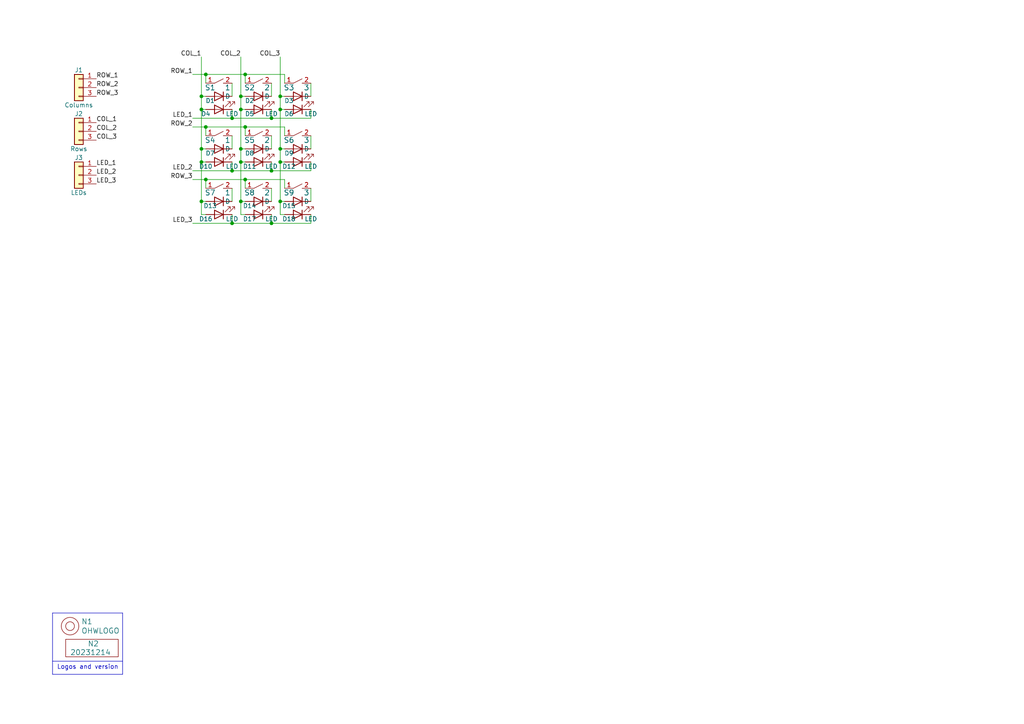
<source format=kicad_sch>
(kicad_sch (version 20230121) (generator eeschema)
  (paper "A4")
  (lib_symbols
    (symbol "Connector_Generic:Conn_01x03" (pin_names (offset 1.016) hide)
      (property "Reference" "J" (at 0 5.08 0))
      (property "Value" "Conn_01x03" (at 0 -5.08 0))
      (symbol "Conn_01x03_1_1"
        (rectangle (start -1.27 -2.413) (end 0 -2.667) (stroke (width 0.1524)))
        (rectangle (start -1.27 0.127) (end 0 -0.127) (stroke (width 0.1524)))
        (rectangle (start -1.27 2.667) (end 0 2.413) (stroke (width 0.1524)))
        (rectangle (start -1.27 3.81) (end 1.27 -3.81) (stroke (width 0.254)) (fill (type background)))
        (pin passive line (at -5.08 2.54 0) (length 3.81) (name "Pin_1") (number "1"))
        (pin passive line (at -5.08 0 0) (length 3.81) (name "Pin_2") (number "2"))
        (pin passive line (at -5.08 -2.54 0) (length 3.81) (name "Pin_3") (number "3"))
      )
    )
    (symbol "Device:D" (pin_numbers hide) (pin_names (offset 1.016) hide)
      (property "Reference" "D" (at 0 2.54 0))
      (property "Value" "D" (at 0 -2.54 0))
      (symbol "D_0_1"
        (polyline (pts (xy -1.27 1.27) (xy -1.27 -1.27)) (stroke (width 0.254)))
        (polyline (pts (xy 1.27 0) (xy -1.27 0)))
        (polyline (pts (xy 1.27 1.27) (xy 1.27 -1.27) (xy -1.27 0) (xy 1.27 1.27)) (stroke (width 0.254)))
      )
      (symbol "D_1_1"
        (pin passive line (at -3.81 0 0) (length 2.54) (name "K") (number "1"))
        (pin passive line (at 3.81 0 180) (length 2.54) (name "A") (number "2"))
      )
    )
    (symbol "Device:LED" (pin_numbers hide) (pin_names (offset 1.016) hide)
      (property "Reference" "D" (at 0 2.54 0))
      (property "Value" "LED" (at 0 -2.54 0))
      (symbol "LED_0_1"
        (polyline (pts (xy -1.27 -1.27) (xy -1.27 1.27)) (stroke (width 0.254)))
        (polyline (pts (xy -1.27 0) (xy 1.27 0)))
        (polyline (pts (xy 1.27 -1.27) (xy 1.27 1.27) (xy -1.27 0) (xy 1.27 -1.27)) (stroke (width 0.254)))
        (polyline (pts (xy -3.048 -0.762) (xy -4.572 -2.286) (xy -3.81 -2.286) (xy -4.572 -2.286) (xy -4.572 -1.524)))
        (polyline (pts (xy -1.778 -0.762) (xy -3.302 -2.286) (xy -2.54 -2.286) (xy -3.302 -2.286) (xy -3.302 -1.524)))
      )
      (symbol "LED_1_1"
        (pin passive line (at -3.81 0 0) (length 2.54) (name "K") (number "1"))
        (pin passive line (at 3.81 0 180) (length 2.54) (name "A") (number "2"))
      )
    )
    (symbol "SquantorLabels:OHWLOGO" (pin_names (offset 1.016))
      (property "Reference" "N" (at 0 3.81 0))
      (property "Value" "OHWLOGO" (at 0 -3.81 0))
      (symbol "OHWLOGO_0_1"
        (circle (center 0 0) (radius 1.27))
        (circle (center 0 0) (radius 2.54))
      )
    )
    (symbol "SquantorLabels:VYYYYMMDD" (pin_names (offset 1.016))
      (property "Reference" "N" (at 0 2.54 0))
      (property "Value" "VYYYYMMDD" (at 0 0 0))
      (symbol "VYYYYMMDD_0_1"
        (rectangle (start 7.62 -1.27) (end -7.62 3.81))
      )
    )
    (symbol "SquantorSwitches:2pin_tact_switch" (pin_names (offset 1.016))
      (property "Reference" "S" (at 0 2.54 0))
      (property "Value" "2pin_tact_switch" (at 0 -2.54 0))
      (symbol "2pin_tact_switch_0_1"
        (polyline (pts (xy 1.27 1.27) (xy -1.27 0)))
      )
      (symbol "2pin_tact_switch_1_1"
        (pin passive line (at -3.81 0 0) (length 2.54) (name "~") (number "1"))
        (pin passive line (at 3.81 0 180) (length 2.54) (name "~") (number "2"))
      )
    )
  )
  (junction (at 81.28 27.94))
  (junction (at 81.28 31.75))
  (junction (at 69.85 58.42))
  (junction (at 71.12 36.83))
  (junction (at 58.42 46.99))
  (junction (at 81.28 46.99))
  (junction (at 71.12 52.07))
  (junction (at 78.74 64.77))
  (junction (at 69.85 31.75))
  (junction (at 59.69 21.59))
  (junction (at 58.42 31.75))
  (junction (at 81.28 43.18))
  (junction (at 58.42 58.42))
  (junction (at 58.42 27.94))
  (junction (at 67.31 64.77))
  (junction (at 71.12 21.59))
  (junction (at 81.28 58.42))
  (junction (at 78.74 49.53))
  (junction (at 69.85 43.18))
  (junction (at 58.42 43.18))
  (junction (at 67.31 49.53))
  (junction (at 69.85 46.99))
  (junction (at 67.31 34.29))
  (junction (at 59.69 52.07))
  (junction (at 59.69 36.83))
  (junction (at 69.85 27.94))
  (junction (at 78.74 34.29))
  (wire (pts (xy 59.69 21.59) (xy 59.69 24.13)))
  (wire (pts (xy 59.69 36.83) (xy 71.12 36.83)))
  (wire (pts (xy 58.42 31.75) (xy 58.42 43.18)))
  (wire (pts (xy 67.31 49.53) (xy 67.31 46.99)))
  (wire (pts (xy 55.88 52.07) (xy 59.69 52.07)))
  (wire (pts (xy 58.42 58.42) (xy 58.42 62.23)))
  (wire (pts (xy 90.17 64.77) (xy 90.17 62.23)))
  (wire (pts (xy 69.85 27.94) (xy 71.12 27.94)))
  (polyline (pts (xy 15.24 177.8) (xy 15.24 195.58)))
  (polyline (pts (xy 35.56 177.8) (xy 15.24 177.8)))
  (wire (pts (xy 58.42 46.99) (xy 59.69 46.99)))
  (wire (pts (xy 78.74 49.53) (xy 78.74 46.99)))
  (wire (pts (xy 69.85 46.99) (xy 69.85 58.42)))
  (wire (pts (xy 78.74 64.77) (xy 78.74 62.23)))
  (wire (pts (xy 58.42 46.99) (xy 58.42 58.42)))
  (wire (pts (xy 59.69 36.83) (xy 59.69 39.37)))
  (wire (pts (xy 71.12 21.59) (xy 71.12 24.13)))
  (wire (pts (xy 71.12 36.83) (xy 71.12 39.37)))
  (wire (pts (xy 78.74 34.29) (xy 78.74 31.75)))
  (wire (pts (xy 78.74 34.29) (xy 90.17 34.29)))
  (wire (pts (xy 59.69 21.59) (xy 71.12 21.59)))
  (wire (pts (xy 67.31 34.29) (xy 67.31 31.75)))
  (wire (pts (xy 82.55 52.07) (xy 82.55 54.61)))
  (wire (pts (xy 81.28 58.42) (xy 82.55 58.42)))
  (wire (pts (xy 67.31 64.77) (xy 78.74 64.77)))
  (wire (pts (xy 71.12 52.07) (xy 82.55 52.07)))
  (wire (pts (xy 90.17 34.29) (xy 90.17 31.75)))
  (wire (pts (xy 69.85 31.75) (xy 69.85 43.18)))
  (wire (pts (xy 58.42 27.94) (xy 58.42 31.75)))
  (wire (pts (xy 90.17 39.37) (xy 90.17 43.18)))
  (wire (pts (xy 55.88 36.83) (xy 59.69 36.83)))
  (wire (pts (xy 81.28 62.23) (xy 82.55 62.23)))
  (wire (pts (xy 69.85 16.51) (xy 69.85 27.94)))
  (wire (pts (xy 58.42 27.94) (xy 59.69 27.94)))
  (wire (pts (xy 81.28 16.51) (xy 81.28 27.94)))
  (wire (pts (xy 90.17 24.13) (xy 90.17 27.94)))
  (wire (pts (xy 67.31 54.61) (xy 67.31 58.42)))
  (wire (pts (xy 78.74 39.37) (xy 78.74 43.18)))
  (wire (pts (xy 67.31 24.13) (xy 67.31 27.94)))
  (wire (pts (xy 69.85 27.94) (xy 69.85 31.75)))
  (wire (pts (xy 58.42 43.18) (xy 58.42 46.99)))
  (wire (pts (xy 81.28 46.99) (xy 81.28 58.42)))
  (wire (pts (xy 81.28 31.75) (xy 82.55 31.75)))
  (wire (pts (xy 59.69 52.07) (xy 71.12 52.07)))
  (wire (pts (xy 67.31 39.37) (xy 67.31 43.18)))
  (wire (pts (xy 58.42 62.23) (xy 59.69 62.23)))
  (wire (pts (xy 69.85 62.23) (xy 71.12 62.23)))
  (wire (pts (xy 82.55 21.59) (xy 82.55 24.13)))
  (wire (pts (xy 90.17 49.53) (xy 90.17 46.99)))
  (wire (pts (xy 69.85 46.99) (xy 71.12 46.99)))
  (wire (pts (xy 71.12 21.59) (xy 82.55 21.59)))
  (wire (pts (xy 81.28 46.99) (xy 82.55 46.99)))
  (wire (pts (xy 69.85 58.42) (xy 71.12 58.42)))
  (wire (pts (xy 67.31 64.77) (xy 67.31 62.23)))
  (wire (pts (xy 69.85 31.75) (xy 71.12 31.75)))
  (wire (pts (xy 71.12 52.07) (xy 71.12 54.61)))
  (wire (pts (xy 78.74 54.61) (xy 78.74 58.42)))
  (polyline (pts (xy 35.56 195.58) (xy 35.56 177.8)))
  (wire (pts (xy 55.88 21.59) (xy 59.69 21.59)))
  (wire (pts (xy 58.42 58.42) (xy 59.69 58.42)))
  (polyline (pts (xy 15.24 195.58) (xy 35.56 195.58)))
  (wire (pts (xy 67.31 49.53) (xy 78.74 49.53)))
  (wire (pts (xy 90.17 54.61) (xy 90.17 58.42)))
  (wire (pts (xy 81.28 43.18) (xy 81.28 46.99)))
  (wire (pts (xy 81.28 31.75) (xy 81.28 43.18)))
  (wire (pts (xy 58.42 16.51) (xy 58.42 27.94)))
  (wire (pts (xy 71.12 36.83) (xy 82.55 36.83)))
  (wire (pts (xy 55.88 34.29) (xy 67.31 34.29)))
  (wire (pts (xy 55.88 49.53) (xy 67.31 49.53)))
  (wire (pts (xy 81.28 43.18) (xy 82.55 43.18)))
  (wire (pts (xy 78.74 49.53) (xy 90.17 49.53)))
  (wire (pts (xy 82.55 36.83) (xy 82.55 39.37)))
  (wire (pts (xy 67.31 34.29) (xy 78.74 34.29)))
  (wire (pts (xy 69.85 58.42) (xy 69.85 62.23)))
  (wire (pts (xy 78.74 24.13) (xy 78.74 27.94)))
  (wire (pts (xy 69.85 43.18) (xy 69.85 46.99)))
  (wire (pts (xy 81.28 27.94) (xy 82.55 27.94)))
  (wire (pts (xy 78.74 64.77) (xy 90.17 64.77)))
  (wire (pts (xy 81.28 58.42) (xy 81.28 62.23)))
  (wire (pts (xy 59.69 52.07) (xy 59.69 54.61)))
  (wire (pts (xy 58.42 31.75) (xy 59.69 31.75)))
  (polyline (pts (xy 15.24 191.77) (xy 35.56 191.77)))
  (wire (pts (xy 81.28 27.94) (xy 81.28 31.75)))
  (wire (pts (xy 58.42 43.18) (xy 59.69 43.18)))
  (wire (pts (xy 69.85 43.18) (xy 71.12 43.18)))
  (wire (pts (xy 55.88 64.77) (xy 67.31 64.77)))
  (text "Logos and version" (at 16.51 194.31 0) (effects (font (size 1.27 1.27)) (justify left bottom)))
  (label "ROW_2" (at 27.94 25.4 0))
  (label "COL_2" (at 69.85 16.51 180))
  (label "COL_3" (at 27.94 40.64 0))
  (label "ROW_2" (at 55.88 36.83 180))
  (label "ROW_1" (at 55.88 21.59 180))
  (label "LED_1" (at 27.94 48.26 0))
  (label "LED_1" (at 55.88 34.29 180))
  (label "LED_3" (at 27.94 53.34 0))
  (label "COL_1" (at 58.42 16.51 180))
  (label "LED_2" (at 55.88 49.53 180))
  (label "COL_3" (at 81.28 16.51 180))
  (label "COL_2" (at 27.94 38.1 0))
  (label "ROW_3" (at 27.94 27.94 0))
  (label "ROW_3" (at 55.88 52.07 180))
  (label "COL_1" (at 27.94 35.56 0))
  (label "LED_3" (at 55.88 64.77 180))
  (label "ROW_1" (at 27.94 22.86 0))
  (label "LED_2" (at 27.94 50.8 0))
  (symbol (lib_id "SquantorLabels:VYYYYMMDD") (at 26.67 189.23 0) (unit 1)
    (property "Reference" "N2" (at 25.4 186.69 0) (effects (font (size 1.524 1.524)) (justify left)))
    (property "Value" "20231214" (at 20.32 189.23 0) (effects (font (size 1.524 1.524)) (justify left)))
    (property "Footprint" "SquantorLabels:Label_Generic" (effects hide))
  )
  (symbol (lib_id "SquantorLabels:OHWLOGO") (at 20.32 181.61 0) (unit 1)
    (property "Reference" "N1" (at 23.5712 180.2638 0) (effects (font (size 1.524 1.524)) (justify left)))
    (property "Value" "OHWLOGO" (at 23.5712 182.9562 0) (effects (font (size 1.524 1.524)) (justify left)))
    (property "Footprint" "Symbol:OSHW-Symbol_6.7x6mm_SilkScreen" (effects hide))
  )
  (symbol (lib_id "SquantorSwitches:2pin_tact_switch") (at 74.93 39.37 0) (unit 1)
    (property "Reference" "S5" (at 72.39 40.64 0) (effects (font (size 1.524 1.524))))
    (property "Value" "2" (at 77.47 40.64 0) (effects (font (size 1.524 1.524))))
    (property "Footprint" "SquantorKailh:SW_Hotswap_Kailh_Choc_V1_1.00u" (effects hide))
  )
  (symbol (lib_id "Device:D") (at 86.36 27.94 180) (unit 1)
    (property "Reference" "D3" (at 83.82 29.21 0))
    (property "Value" "D" (at 88.9 27.94 0))
    (property "Footprint" "SquantorDiodes:SOD-123-hand" (effects hide))
    (property "Sim.Device" "D" (effects hide))
    (property "Sim.Pins" "1=K 2=A" (effects hide))
  )
  (symbol (lib_id "Device:D") (at 63.5 27.94 180) (unit 1)
    (property "Reference" "D1" (at 60.96 29.21 0))
    (property "Value" "D" (at 66.04 27.94 0))
    (property "Footprint" "SquantorDiodes:SOD-123-hand" (effects hide))
    (property "Sim.Device" "D" (effects hide))
    (property "Sim.Pins" "1=K 2=A" (effects hide))
  )
  (symbol (lib_id "Device:LED") (at 74.93 46.99 180) (unit 1)
    (property "Reference" "D11" (at 72.39 48.26 0))
    (property "Value" "LED" (at 78.74 48.26 0))
    (property "Footprint" "SquantorDiodes:LED_1208_0603" (effects hide))
  )
  (symbol (lib_id "Device:D") (at 86.36 58.42 180) (unit 1)
    (property "Reference" "D15" (at 83.82 59.69 0))
    (property "Value" "D" (at 88.9 58.42 0))
    (property "Footprint" "SquantorDiodes:SOD-123-hand" (effects hide))
    (property "Sim.Device" "D" (effects hide))
    (property "Sim.Pins" "1=K 2=A" (effects hide))
  )
  (symbol (lib_id "Device:LED") (at 86.36 46.99 180) (unit 1)
    (property "Reference" "D12" (at 83.82 48.26 0))
    (property "Value" "LED" (at 90.17 48.26 0))
    (property "Footprint" "SquantorDiodes:LED_1208_0603" (effects hide))
  )
  (symbol (lib_id "Connector_Generic:Conn_01x03") (at 22.86 25.4 0) (mirror y) (unit 1)
    (property "Reference" "J1" (at 22.86 20.32 0))
    (property "Value" "Columns" (at 22.86 30.48 0))
    (property "Footprint" "Connector_JST:JST_PH_S3B-PH-K_1x03_P2.00mm_Horizontal" (effects hide))
  )
  (symbol (lib_id "Device:LED") (at 74.93 62.23 180) (unit 1)
    (property "Reference" "D17" (at 72.39 63.5 0))
    (property "Value" "LED" (at 78.74 63.5 0))
    (property "Footprint" "SquantorDiodes:LED_1208_0603" (effects hide))
  )
  (symbol (lib_id "SquantorSwitches:2pin_tact_switch") (at 63.5 39.37 0) (unit 1)
    (property "Reference" "S4" (at 60.96 40.64 0) (effects (font (size 1.524 1.524))))
    (property "Value" "1" (at 66.04 40.64 0) (effects (font (size 1.524 1.524))))
    (property "Footprint" "SquantorKailh:SW_Hotswap_Kailh_Choc_V1_1.00u" (effects hide))
  )
  (symbol (lib_id "Device:D") (at 86.36 43.18 180) (unit 1)
    (property "Reference" "D9" (at 83.82 44.45 0))
    (property "Value" "D" (at 88.9 43.18 0))
    (property "Footprint" "SquantorDiodes:SOD-123-hand" (effects hide))
    (property "Sim.Device" "D" (effects hide))
    (property "Sim.Pins" "1=K 2=A" (effects hide))
  )
  (symbol (lib_id "Device:D") (at 74.93 43.18 180) (unit 1)
    (property "Reference" "D8" (at 72.39 44.45 0))
    (property "Value" "D" (at 77.47 43.18 0))
    (property "Footprint" "SquantorDiodes:SOD-123-hand" (effects hide))
    (property "Sim.Device" "D" (effects hide))
    (property "Sim.Pins" "1=K 2=A" (effects hide))
  )
  (symbol (lib_id "SquantorSwitches:2pin_tact_switch") (at 86.36 24.13 0) (unit 1)
    (property "Reference" "S3" (at 83.82 25.4 0) (effects (font (size 1.524 1.524))))
    (property "Value" "3" (at 88.9 25.4 0) (effects (font (size 1.524 1.524))))
    (property "Footprint" "SquantorKailh:SW_Hotswap_Kailh_Choc_V1_1.00u" (effects hide))
  )
  (symbol (lib_id "Device:D") (at 74.93 27.94 180) (unit 1)
    (property "Reference" "D2" (at 72.39 29.21 0))
    (property "Value" "D" (at 77.47 27.94 0))
    (property "Footprint" "SquantorDiodes:SOD-123-hand" (effects hide))
    (property "Sim.Device" "D" (effects hide))
    (property "Sim.Pins" "1=K 2=A" (effects hide))
  )
  (symbol (lib_id "Device:D") (at 63.5 58.42 180) (unit 1)
    (property "Reference" "D13" (at 60.96 59.69 0))
    (property "Value" "D" (at 66.04 58.42 0))
    (property "Footprint" "SquantorDiodes:SOD-123-hand" (effects hide))
    (property "Sim.Device" "D" (effects hide))
    (property "Sim.Pins" "1=K 2=A" (effects hide))
  )
  (symbol (lib_id "Device:LED") (at 86.36 62.23 180) (unit 1)
    (property "Reference" "D18" (at 83.82 63.5 0))
    (property "Value" "LED" (at 90.17 63.5 0))
    (property "Footprint" "SquantorDiodes:LED_1208_0603" (effects hide))
  )
  (symbol (lib_id "Device:LED") (at 63.5 62.23 180) (unit 1)
    (property "Reference" "D16" (at 59.69 63.5 0))
    (property "Value" "LED" (at 67.31 63.5 0))
    (property "Footprint" "SquantorDiodes:LED_1208_0603" (effects hide))
  )
  (symbol (lib_id "SquantorSwitches:2pin_tact_switch") (at 86.36 54.61 0) (unit 1)
    (property "Reference" "S9" (at 83.82 55.88 0) (effects (font (size 1.524 1.524))))
    (property "Value" "3" (at 88.9 55.88 0) (effects (font (size 1.524 1.524))))
    (property "Footprint" "SquantorKailh:SW_Hotswap_Kailh_Choc_V1_1.00u" (effects hide))
  )
  (symbol (lib_id "Connector_Generic:Conn_01x03") (at 22.86 50.8 0) (mirror y) (unit 1)
    (property "Reference" "J3" (at 22.86 45.72 0))
    (property "Value" "LEDs" (at 22.86 55.88 0))
    (property "Footprint" "Connector_JST:JST_PH_S3B-PH-K_1x03_P2.00mm_Horizontal" (effects hide))
  )
  (symbol (lib_id "Device:LED") (at 74.93 31.75 180) (unit 1)
    (property "Reference" "D5" (at 72.39 33.02 0))
    (property "Value" "LED" (at 78.74 33.02 0))
    (property "Footprint" "SquantorDiodes:LED_1208_0603" (effects hide))
  )
  (symbol (lib_id "Device:LED") (at 63.5 46.99 180) (unit 1)
    (property "Reference" "D10" (at 59.69 48.26 0))
    (property "Value" "LED" (at 67.31 48.26 0))
    (property "Footprint" "SquantorDiodes:LED_1208_0603" (effects hide))
  )
  (symbol (lib_id "SquantorSwitches:2pin_tact_switch") (at 74.93 54.61 0) (unit 1)
    (property "Reference" "S8" (at 72.39 55.88 0) (effects (font (size 1.524 1.524))))
    (property "Value" "2" (at 77.47 55.88 0) (effects (font (size 1.524 1.524))))
    (property "Footprint" "SquantorKailh:SW_Hotswap_Kailh_Choc_V1_1.00u" (effects hide))
  )
  (symbol (lib_id "Connector_Generic:Conn_01x03") (at 22.86 38.1 0) (mirror y) (unit 1)
    (property "Reference" "J2" (at 22.86 33.02 0))
    (property "Value" "Rows" (at 22.86 43.18 0))
    (property "Footprint" "Connector_JST:JST_PH_S3B-PH-K_1x03_P2.00mm_Horizontal" (effects hide))
  )
  (symbol (lib_id "Device:D") (at 63.5 43.18 180) (unit 1)
    (property "Reference" "D7" (at 60.96 44.45 0))
    (property "Value" "D" (at 66.04 43.18 0))
    (property "Footprint" "SquantorDiodes:SOD-123-hand" (effects hide))
    (property "Sim.Device" "D" (effects hide))
    (property "Sim.Pins" "1=K 2=A" (effects hide))
  )
  (symbol (lib_id "SquantorSwitches:2pin_tact_switch") (at 74.93 24.13 0) (unit 1)
    (property "Reference" "S2" (at 72.39 25.4 0) (effects (font (size 1.524 1.524))))
    (property "Value" "2" (at 77.47 25.4 0) (effects (font (size 1.524 1.524))))
    (property "Footprint" "SquantorKailh:SW_Hotswap_Kailh_Choc_V1_1.00u" (effects hide))
  )
  (symbol (lib_id "SquantorSwitches:2pin_tact_switch") (at 86.36 39.37 0) (unit 1)
    (property "Reference" "S6" (at 83.82 40.64 0) (effects (font (size 1.524 1.524))))
    (property "Value" "3" (at 88.9 40.64 0) (effects (font (size 1.524 1.524))))
    (property "Footprint" "SquantorKailh:SW_Hotswap_Kailh_Choc_V1_1.00u" (effects hide))
  )
  (symbol (lib_id "Device:LED") (at 63.5 31.75 180) (unit 1)
    (property "Reference" "D4" (at 59.69 33.02 0))
    (property "Value" "LED" (at 67.31 33.02 0))
    (property "Footprint" "SquantorDiodes:LED_1208_0603" (effects hide))
  )
  (symbol (lib_id "SquantorSwitches:2pin_tact_switch") (at 63.5 24.13 0) (unit 1)
    (property "Reference" "S1" (at 60.96 25.4 0) (effects (font (size 1.524 1.524))))
    (property "Value" "1" (at 66.04 25.4 0) (effects (font (size 1.524 1.524))))
    (property "Footprint" "SquantorKailh:SW_Hotswap_Kailh_Choc_V1_1.00u" (effects hide))
  )
  (symbol (lib_id "Device:LED") (at 86.36 31.75 180) (unit 1)
    (property "Reference" "D6" (at 83.82 33.02 0))
    (property "Value" "LED" (at 90.17 33.02 0))
    (property "Footprint" "SquantorDiodes:LED_1208_0603" (effects hide))
  )
  (symbol (lib_id "SquantorSwitches:2pin_tact_switch") (at 63.5 54.61 0) (unit 1)
    (property "Reference" "S7" (at 60.96 55.88 0) (effects (font (size 1.524 1.524))))
    (property "Value" "1" (at 66.04 55.88 0) (effects (font (size 1.524 1.524))))
    (property "Footprint" "SquantorKailh:SW_Hotswap_Kailh_Choc_V1_1.00u" (effects hide))
  )
  (symbol (lib_id "Device:D") (at 74.93 58.42 180) (unit 1)
    (property "Reference" "D14" (at 72.39 59.69 0))
    (property "Value" "D" (at 77.47 58.42 0))
    (property "Footprint" "SquantorDiodes:SOD-123-hand" (effects hide))
    (property "Sim.Device" "D" (effects hide))
    (property "Sim.Pins" "1=K 2=A" (effects hide))
  )
)
</source>
